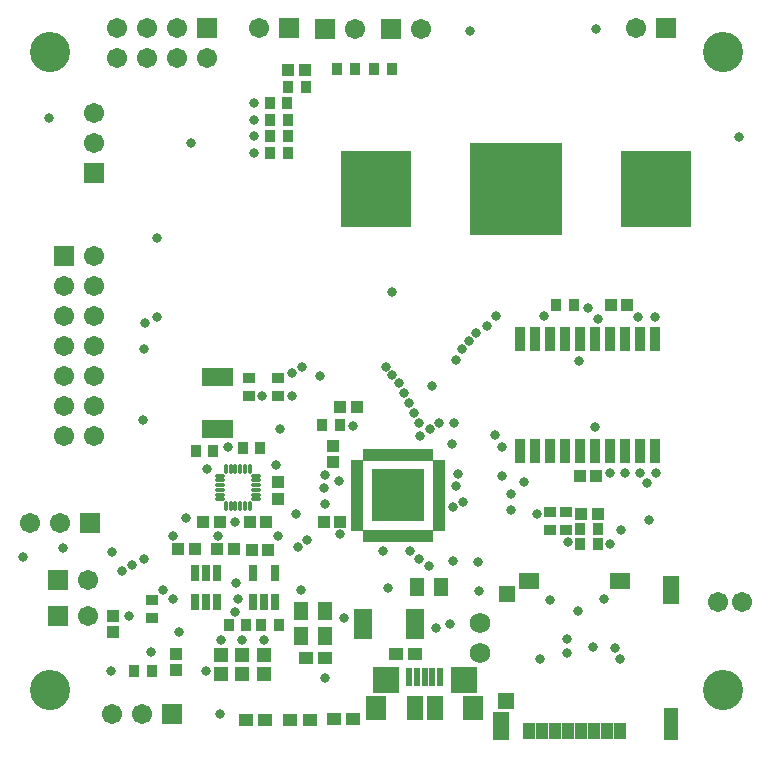
<source format=gts>
%FSTAX23Y23*%
%MOIN*%
%SFA1B1*%

%IPPOS*%
%AMD29*
4,1,8,0.011500,0.008300,-0.011500,0.008300,-0.016600,0.003200,-0.016600,-0.003200,-0.011500,-0.008300,0.011500,-0.008300,0.016600,-0.003200,0.016600,0.003200,0.011500,0.008300,0.0*
1,1,0.010160,0.011500,0.003200*
1,1,0.010160,-0.011500,0.003200*
1,1,0.010160,-0.011500,-0.003200*
1,1,0.010160,0.011500,-0.003200*
%
%AMD30*
4,1,8,-0.008300,0.011500,-0.008300,-0.011500,-0.003200,-0.016600,0.003200,-0.016600,0.008300,-0.011500,0.008300,0.011500,0.003200,0.016600,-0.003200,0.016600,-0.008300,0.011500,0.0*
1,1,0.010160,-0.003200,0.011500*
1,1,0.010160,-0.003200,-0.011500*
1,1,0.010160,0.003200,-0.011500*
1,1,0.010160,0.003200,0.011500*
%
%ADD18R,0.043430X0.035560*%
%ADD19R,0.039500X0.043430*%
%ADD20R,0.025720X0.064100*%
%ADD21R,0.035560X0.043430*%
%ADD22R,0.307210X0.307210*%
%ADD23R,0.232410X0.258000*%
%ADD24R,0.033590X0.083790*%
%ADD25R,0.043430X0.039500*%
%ADD26R,0.173350X0.173350*%
%ADD27R,0.043430X0.019810*%
%ADD28R,0.019810X0.043430*%
G04~CAMADD=29~8~0.0~0.0~332.0~166.6~50.8~0.0~15~0.0~0.0~0.0~0.0~0~0.0~0.0~0.0~0.0~0~0.0~0.0~0.0~0.0~332.0~166.6*
%ADD29D29*%
G04~CAMADD=30~8~0.0~0.0~332.0~166.6~50.8~0.0~15~0.0~0.0~0.0~0.0~0~0.0~0.0~0.0~0.0~0~0.0~0.0~0.0~90.0~167.0~332.0*
%ADD30D30*%
%ADD31R,0.039500X0.056820*%
%ADD32R,0.045400X0.106420*%
%ADD33R,0.053280X0.094610*%
%ADD34R,0.053670X0.057210*%
%ADD35R,0.053670X0.055240*%
%ADD36R,0.067060X0.053280*%
%ADD37R,0.031620X0.057210*%
%ADD38R,0.031620X0.055240*%
%ADD39R,0.049340X0.063120*%
%ADD40R,0.045400X0.043430*%
%ADD41R,0.047370X0.045400*%
%ADD42R,0.063120X0.019810*%
%ADD43R,0.023750X0.061150*%
%ADD44R,0.090680X0.086740*%
%ADD45R,0.070990X0.082800*%
%ADD46R,0.055240X0.082800*%
%ADD47R,0.067060X0.067060*%
%ADD48C,0.067060*%
%ADD49C,0.068000*%
%ADD50R,0.067060X0.067060*%
%ADD51C,0.031620*%
%ADD52C,0.133980*%
%LNmoveh_messkette_einseitig_v2-1*%
%LPD*%
G54D18*
X00517Y00476D03*
Y00417D03*
X00939Y01157D03*
Y01216D03*
X00841Y01157D03*
Y01216D03*
X01897Y00712D03*
Y00771D03*
X01846D03*
Y00712D03*
G54D19*
X00851Y00644D03*
X00906D03*
X012Y01121D03*
X01145D03*
X02047Y0146D03*
X02102D03*
X01943Y00889D03*
X01998D03*
X01145Y00736D03*
X0109D03*
X00688Y00737D03*
X00744D03*
X00899Y00737D03*
X00844D03*
X01027Y02244D03*
X00972D03*
X01948Y00765D03*
X02003D03*
X00606Y00647D03*
X00661D03*
X0079Y00648D03*
X00735D03*
G54D20*
X00697Y01221D03*
X00723D03*
X00749D03*
X00774D03*
Y01047D03*
X00749D03*
X00723D03*
X00697D03*
G54D21*
X00663Y00973D03*
X00722D03*
X00879Y00985D03*
X0082D03*
X00832Y00393D03*
X00773D03*
X00881Y00395D03*
X0094D03*
X01864Y0146D03*
X01923D03*
X0091Y02134D03*
X00969D03*
X00911Y02078D03*
X0097D03*
X00911Y01968D03*
X0097D03*
Y02023D03*
X00911D03*
X01194Y02248D03*
X01135D03*
X01143Y01061D03*
X01084D03*
X00972Y02187D03*
X01032D03*
X01946Y00663D03*
X02005D03*
Y00714D03*
X01946D03*
X00518Y00241D03*
X00459D03*
X01259Y02248D03*
X01318D03*
G54D22*
X01732Y01846D03*
G54D23*
X02198Y01846D03*
X01265D03*
G54D24*
X02196Y00975D03*
X02146D03*
X02096D03*
X02046D03*
X01996D03*
X01946D03*
X01896D03*
X01846D03*
X01796D03*
X01746D03*
Y01346D03*
X01796D03*
X01846D03*
X01896D03*
X01946D03*
X01996D03*
X02046D03*
X02096D03*
X02146D03*
X02196D03*
G54D25*
X01122Y00937D03*
Y00992D03*
X00938Y00814D03*
Y0087D03*
X00599Y00298D03*
Y00243D03*
X00388Y00369D03*
Y00424D03*
G54D26*
X01338Y00826D03*
G54D27*
X01202Y00718D03*
Y00737D03*
Y00757D03*
Y00777D03*
Y00797D03*
Y00816D03*
Y00836D03*
Y00856D03*
Y00875D03*
Y00895D03*
Y00915D03*
Y00934D03*
X01474D03*
Y00915D03*
Y00895D03*
Y00875D03*
Y00856D03*
Y00836D03*
Y00816D03*
Y00797D03*
Y00777D03*
Y00757D03*
Y00737D03*
Y00718D03*
G54D28*
X0123Y00962D03*
X0125D03*
X01269D03*
X01289D03*
X01309D03*
X01328D03*
X01348D03*
X01368D03*
X01387D03*
X01407D03*
X01427D03*
X01446D03*
Y0069D03*
X01427D03*
X01407D03*
X01387D03*
X01368D03*
X01348D03*
X01328D03*
X01309D03*
X01289D03*
X01269D03*
X0125D03*
X0123D03*
G54D29*
X00743Y00891D03*
Y00876D03*
Y0086D03*
Y00844D03*
Y00828D03*
Y00813D03*
X00865D03*
Y00828D03*
Y00844D03*
Y0086D03*
Y00876D03*
Y00891D03*
G54D30*
X00765Y00791D03*
X0078D03*
X00796D03*
X00812D03*
X00828D03*
X00843D03*
Y00913D03*
X00828D03*
X00812D03*
X00796D03*
X0078D03*
X00765D03*
G54D31*
X02077Y00039D03*
X02034D03*
X01991D03*
X01947D03*
X01904D03*
X01861D03*
X01817D03*
X01774D03*
G54D32*
X02248Y00064D03*
G54D33*
X01682Y00058D03*
X02248Y0051D03*
G54D34*
X01698Y00142D03*
G54D35*
X017Y00497D03*
G54D36*
X01773Y00541D03*
X02079D03*
G54D37*
X00853Y00469D03*
X0089D03*
X00928D03*
Y00567D03*
X00853D03*
G54D38*
X00735Y00567D03*
X00697D03*
X0066D03*
Y00469D03*
X00697D03*
X00735D03*
G54D39*
X01015Y0044D03*
X01096D03*
Y00357D03*
X01015D03*
X01401Y00521D03*
X01482D03*
G54D40*
X01096Y00283D03*
X01031D03*
X01395Y00298D03*
X0133D03*
X00896Y00077D03*
X00831D03*
X01043Y00078D03*
X00978D03*
X01188Y00079D03*
X01124D03*
G54D41*
X0089Y00232D03*
Y00293D03*
X00819Y00232D03*
Y00293D03*
X00748Y00232D03*
Y00293D03*
G54D42*
X01394Y00357D03*
Y00377D03*
Y00396D03*
Y00416D03*
Y00436D03*
X01221D03*
Y00416D03*
Y00396D03*
Y00377D03*
Y00357D03*
G54D43*
X01478Y00222D03*
X01452D03*
X01427D03*
X01401D03*
X01375D03*
G54D44*
X01297Y00209D03*
X01557D03*
G54D45*
X01265Y00117D03*
X01588D03*
G54D46*
X01393Y00117D03*
X0146D03*
G54D47*
X00311Y00734D03*
X00204Y00543D03*
Y00425D03*
X02231Y02385D03*
X01096Y02381D03*
X007Y02383D03*
X00974D03*
X01314Y02381D03*
X00583Y00098D03*
G54D48*
X00211Y00734D03*
X00111D03*
X00304Y00543D03*
Y00425D03*
X02131Y02385D03*
X02404Y00471D03*
X02483D03*
X01196Y02381D03*
X007Y02283D03*
X006Y02383D03*
Y02283D03*
X005Y02383D03*
Y02283D03*
X004Y02383D03*
Y02283D03*
X00874Y02383D03*
X01414Y02381D03*
X00483Y00098D03*
X00383D03*
X00323Y01023D03*
X00223D03*
X00323Y01123D03*
X00223D03*
X00323Y01223D03*
X00223D03*
X00323Y01323D03*
X00223D03*
X00323Y01423D03*
X00223D03*
X00323Y01523D03*
X00223D03*
X00323Y01623D03*
X00326Y02D03*
Y021D03*
G54D49*
X0161Y004D03*
Y003D03*
G54D50*
X00223Y01623D03*
X00326Y019D03*
G54D51*
X0093Y00927D03*
X00088Y00622D03*
X00796Y00736D03*
X02025Y0048D03*
X01988Y00322D03*
X01812Y0028D03*
X01901Y00302D03*
X00772Y00988D03*
X00702Y00913D03*
X01093Y00797D03*
X01306Y00517D03*
X00609Y00371D03*
X00632Y00752D03*
X0145Y01189D03*
X01999Y02381D03*
X02476Y02019D03*
X01577Y02375D03*
X00176Y02085D03*
X01522Y00606D03*
X00744Y00096D03*
X00999Y00764D03*
X00943Y01046D03*
X02176Y00745D03*
X00587Y0069D03*
X00938Y00691D03*
X00739Y00691D03*
X00222Y00651D03*
X01079Y01225D03*
X01357Y01168D03*
X01342Y01201D03*
X00985Y01157D03*
X00886Y01158D03*
X00985Y01235D03*
X00385Y00637D03*
X00442Y00423D03*
X00515Y00305D03*
X00588Y0048D03*
X00793Y00438D03*
X00803Y00481D03*
X01902Y00346D03*
X01846Y00478D03*
X02062Y00317D03*
X02078Y00282D03*
X01938Y00442D03*
X01015Y0051D03*
X02195Y0142D03*
X02146Y00901D03*
X02169Y00866D03*
X02082Y0071D03*
X00798Y00535D03*
X01143Y00696D03*
X01466Y00385D03*
X01521Y00786D03*
X02199Y00901D03*
X01715Y00777D03*
X01757Y0087D03*
X01539Y00897D03*
X01411Y01024D03*
X00496Y01399D03*
X00535Y01421D03*
X00491Y01313D03*
X01552D03*
X01532Y01277D03*
X01662Y01026D03*
X01665Y01425D03*
X01093Y00893D03*
X01092Y00849D03*
X01407Y01066D03*
X01476Y01066D03*
X01606Y00603D03*
X02137Y0142D03*
X02003Y01413D03*
X01826Y01425D03*
X01035Y00678D03*
X01003Y00654D03*
X01555Y00803D03*
X01523Y01066D03*
X01444Y01047D03*
X01392Y01102D03*
X01374Y01133D03*
X01318Y01228D03*
X00649Y02D03*
X00535Y01685D03*
X00488Y01076D03*
X01318Y01503D03*
X01018Y01255D03*
X01298D03*
X00858Y01968D03*
Y02023D03*
Y02078D03*
Y02134D03*
X01519Y00996D03*
X01189Y01058D03*
X01633Y0139D03*
X01597Y01367D03*
X01972Y01452D03*
X01574Y0134D03*
X01685Y00988D03*
X00555Y00511D03*
X01441Y0059D03*
X01409Y00613D03*
X01377Y00641D03*
X00452Y00595D03*
X00492Y00614D03*
X00417Y00574D03*
X01287Y0064D03*
X01715Y00831D03*
X01942Y01275D03*
X01685Y00889D03*
X01802Y00765D03*
X01531Y00858D03*
X01141Y00874D03*
X02046Y00901D03*
X01996Y01055D03*
X02096Y00901D03*
X01905Y00671D03*
X02046Y00663D03*
X00698Y0024D03*
X00381D03*
X01096Y00216D03*
X01158Y00416D03*
X01512Y00396D03*
X00748Y00345D03*
X0089D03*
X00819D03*
X01607Y00507D03*
G54D52*
X00177Y00177D03*
Y02303D03*
X02421D03*
Y00177D03*
M02*
</source>
